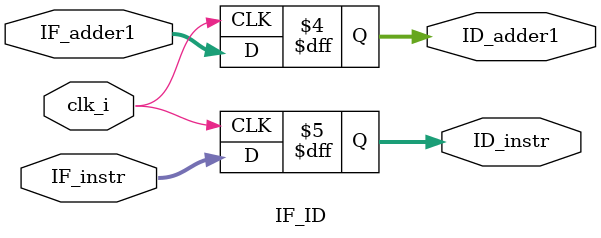
<source format=v>
module IF_ID( clk_i, IF_adder1, ID_adder1, IF_instr, ID_instr);
    input  clk_i;

    input  [32-1:0] IF_adder1, IF_instr;
    output [32-1:0] ID_adder1, ID_instr;

    reg    [32-1:0] ID_adder1 = 32'd0, ID_instr = 32'd0;

    always @(posedge clk_i) begin
        ID_adder1 <= IF_adder1;
        ID_instr  <= IF_instr;
    end

endmodule
</source>
